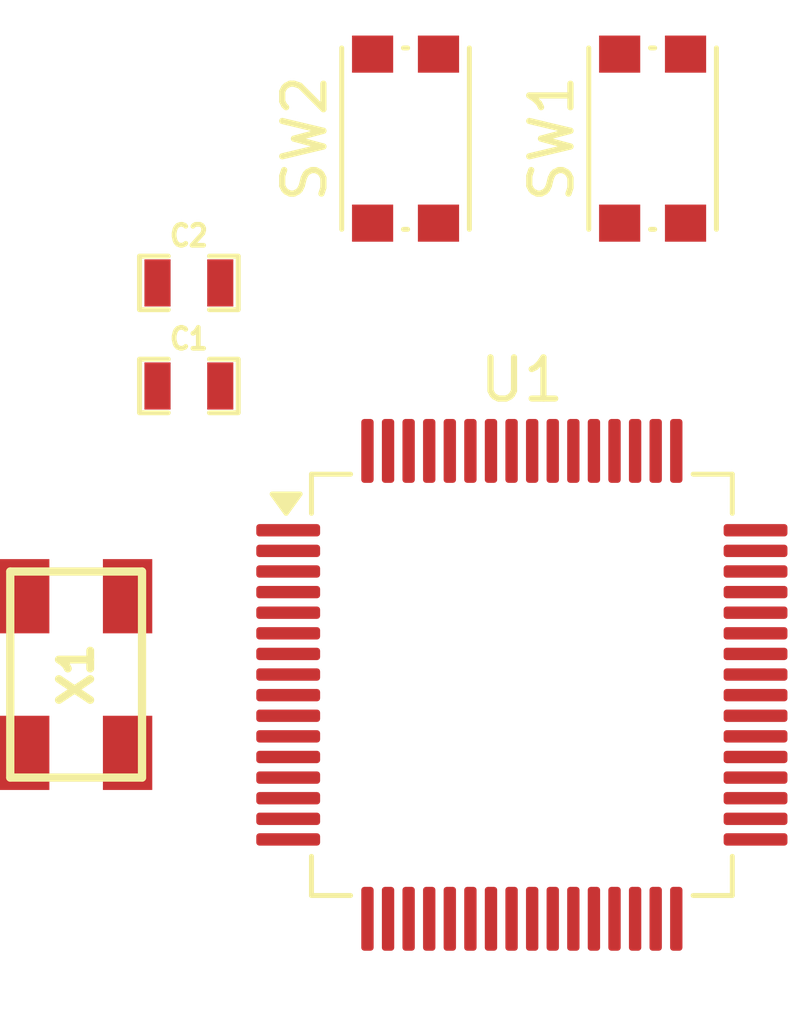
<source format=kicad_pcb>
(kicad_pcb (version 20241229) (generator "pcbnew") (generator_version "9.0")
  (layers (0 "F.Cu" signal) (2 "B.Cu" signal) (13 "F.Paste" user) (15 "B.Paste" user) (5 "F.SilkS" user "F.Silkscreen") (7 "B.SilkS" user "B.Silkscreen") (1 "F.Mask" user) (3 "B.Mask" user) (25 "Edge.Cuts" user))
  (net 0 "")
  (net 12 "Net-(U1-NRST)")
  (net 26 "Net-(U1-PH0)")
  (net 28 "Net-(U1-BOOT0)")
  (net 29 "Net-(U1-VSS-Pad18)")
  (net 63 "Net-(U1-PH1)")
  (net 64 "GND")
  (footprint "CRF1:SMD-0603_c" (layer "F.Cu") (at 81.738 71.5)
    (property "Reference" "C2" (at 0 -1.143 0) (layer "F.SilkS") (effects (font (size 0.508 0.4572) (thickness 0.1143))))
    (property "Value" "15p" (hide yes))
    (fp_line (start -1.19888 -0.65024) (end -0.50038 -0.65024) (stroke (width 0.11938)) (layer "F.SilkS"))
    (fp_line (start -1.19888 0.635) (end -1.19888 -0.635) (stroke (width 0.11938)) (layer "F.SilkS"))
    (fp_line (start -0.50038 0.65024) (end -1.19888 0.65024) (stroke (width 0.11938)) (layer "F.SilkS"))
    (fp_line (start 0.50038 -0.65024) (end 1.19888 -0.65024) (stroke (width 0.11938)) (layer "F.SilkS"))
    (fp_line (start 0.50038 0.65024) (end 1.19888 0.65024) (stroke (width 0.11938)) (layer "F.SilkS"))
    (fp_line (start 1.19888 -0.635) (end 1.19888 0.635) (stroke (width 0.11938)) (layer "F.SilkS"))
    (pad "1" smd rect (at -0.762 0) (size 0.635 1.143) (layers "F.Cu" "F.Mask" "F.Paste") (net 63 "Net-(U1-PH1)"))
    (pad "2" smd rect (at 0.762 0) (size 0.635 1.143) (layers "F.Cu" "F.Mask" "F.Paste") (net 64 "GND"))
  )
  (footprint "CRF1:SMD-0603_c" (layer "F.Cu") (at 81.738 74)
    (property "Reference" "C1" (at 0 -1.143 0) (layer "F.SilkS") (effects (font (size 0.508 0.4572) (thickness 0.1143))))
    (property "Value" "15p" (hide yes))
    (fp_line (start -1.19888 -0.65024) (end -0.50038 -0.65024) (stroke (width 0.11938)) (layer "F.SilkS"))
    (fp_line (start -1.19888 0.635) (end -1.19888 -0.635) (stroke (width 0.11938)) (layer "F.SilkS"))
    (fp_line (start -0.50038 0.65024) (end -1.19888 0.65024) (stroke (width 0.11938)) (layer "F.SilkS"))
    (fp_line (start 0.50038 -0.65024) (end 1.19888 -0.65024) (stroke (width 0.11938)) (layer "F.SilkS"))
    (fp_line (start 0.50038 0.65024) (end 1.19888 0.65024) (stroke (width 0.11938)) (layer "F.SilkS"))
    (fp_line (start 1.19888 -0.635) (end 1.19888 0.635) (stroke (width 0.11938)) (layer "F.SilkS"))
    (pad "1" smd rect (at -0.762 0) (size 0.635 1.143) (layers "F.Cu" "F.Mask" "F.Paste") (net 26 "Net-(U1-PH0)"))
    (pad "2" smd rect (at 0.762 0) (size 0.635 1.143) (layers "F.Cu" "F.Mask" "F.Paste") (net 64 "GND"))
  )
  (footprint "CRF1:Crystal_5x3mm" (layer "F.Cu") (at 79 81 -90)
    (property "Reference" "X1" (at 0 0 90) (layer "F.SilkS") (effects (font (size 0.762 0.762) (thickness 0.1905))))
    (property "Value" "8MHz" (hide yes))
    (fp_line (start -2.49936 1.6002) (end -2.49936 -1.6002) (stroke (width 0.20066)) (layer "F.SilkS"))
    (fp_line (start 2.49936 1.6002) (end -2.49936 1.6002) (stroke (width 0.20066)) (layer "F.SilkS"))
    (fp_line (start -2.49936 -1.6002) (end 2.49936 -1.6002) (stroke (width 0.20066)) (layer "F.SilkS"))
    (fp_line (start 2.49936 -1.6002) (end 2.49936 1.6002) (stroke (width 0.20066)) (layer "F.SilkS"))
    (pad "1" smd rect (at -1.89992 1.24968 270) (size 1.80086 1.19888) (layers "F.Cu" "F.Mask" "F.Paste") (net 26 "Net-(U1-PH0)"))
    (pad "2" smd rect (at 1.89992 -1.24968 270) (size 1.80086 1.19888) (layers "F.Cu" "F.Mask" "F.Paste") (net 63 "Net-(U1-PH1)"))
    (pad "3" smd rect (at 1.89992 1.24968 270) (size 1.80086 1.19888) (layers "F.Cu" "F.Mask" "F.Paste") (net 64 "GND"))
    (pad "4" smd rect (at -1.89992 -1.24968 270) (size 1.80086 1.19888) (layers "F.Cu" "F.Mask" "F.Paste"))
  )
  (footprint "Button_Switch_SMD:SW_Push_1P1T_NO_CK_KMR2" (layer "F.Cu") (at 87 68 90)
    (property "Reference" "SW2" (at 0 -2.45 90) (layer "F.SilkS"))
    (property "Value" "SW_Push")
    (fp_line (start 2.2 -1.55) (end -2.2 -1.55) (stroke (width 0.12)) (layer "F.SilkS"))
    (fp_line (start 2.2 0.05) (end 2.2 -0.05) (stroke (width 0.12)) (layer "F.SilkS"))
    (fp_line (start -2.2 0.05) (end -2.2 -0.05) (stroke (width 0.12)) (layer "F.SilkS"))
    (fp_line (start -2.2 1.55) (end 2.2 1.55) (stroke (width 0.12)) (layer "F.SilkS"))
    (pad "1" smd rect (at -2.05 -0.8 90) (size 0.9 1) (layers "F.Cu" "F.Mask" "F.Paste") (net 64 "GND"))
    (pad "1" smd rect (at 2.05 -0.8 90) (size 0.9 1) (layers "F.Cu" "F.Mask" "F.Paste") (net 64 "GND"))
    (pad "2" smd rect (at -2.05 0.8 90) (size 0.9 1) (layers "F.Cu" "F.Mask" "F.Paste") (net 28 "Net-(U1-BOOT0)"))
    (pad "2" smd rect (at 2.05 0.8 90) (size 0.9 1) (layers "F.Cu" "F.Mask" "F.Paste") (net 28 "Net-(U1-BOOT0)"))
  )
  (footprint "Package_QFP:LQFP-64_10x10mm_P0.5mm" (layer "F.Cu") (at 89.825 81.25)
    (property "Reference" "U1" (at 0 -7.4 0) (layer "F.SilkS"))
    (property "Value" "STM32F405RGTx")
    (fp_line (start -5.11 -5.11) (end -5.11 -4.16) (stroke (width 0.12)) (layer "F.SilkS"))
    (fp_line (start -5.11 5.11) (end -5.11 4.16) (stroke (width 0.12)) (layer "F.SilkS"))
    (fp_line (start -4.16 -5.11) (end -5.11 -5.11) (stroke (width 0.12)) (layer "F.SilkS"))
    (fp_line (start -4.16 5.11) (end -5.11 5.11) (stroke (width 0.12)) (layer "F.SilkS"))
    (fp_line (start 4.16 -5.11) (end 5.11 -5.11) (stroke (width 0.12)) (layer "F.SilkS"))
    (fp_line (start 4.16 5.11) (end 5.11 5.11) (stroke (width 0.12)) (layer "F.SilkS"))
    (fp_line (start 5.11 -5.11) (end 5.11 -4.16) (stroke (width 0.12)) (layer "F.SilkS"))
    (fp_line (start 5.11 5.11) (end 5.11 4.16) (stroke (width 0.12)) (layer "F.SilkS"))
    (fp_poly (pts (xy -5.725 -4.16) (xy -6.065 -4.63) (xy -5.385 -4.63)) (stroke (width 0.12)) (fill yes) (layer "F.SilkS"))
    (pad "1" smd roundrect (at -5.675 -3.75) (size 1.55 0.3) (layers "F.Cu" "F.Mask" "F.Paste"))
    (pad "2" smd roundrect (at -5.675 -3.25) (size 1.55 0.3) (layers "F.Cu" "F.Mask" "F.Paste"))
    (pad "3" smd roundrect (at -5.675 -2.75) (size 1.55 0.3) (layers "F.Cu" "F.Mask" "F.Paste"))
    (pad "4" smd roundrect (at -5.675 -2.25) (size 1.55 0.3) (layers "F.Cu" "F.Mask" "F.Paste"))
    (pad "5" smd roundrect (at -5.675 -1.75) (size 1.55 0.3) (layers "F.Cu" "F.Mask" "F.Paste") (net 26 "Net-(U1-PH0)"))
    (pad "6" smd roundrect (at -5.675 -1.25) (size 1.55 0.3) (layers "F.Cu" "F.Mask" "F.Paste") (net 63 "Net-(U1-PH1)"))
    (pad "7" smd roundrect (at -5.675 -0.75) (size 1.55 0.3) (layers "F.Cu" "F.Mask" "F.Paste") (net 12 "Net-(U1-NRST)"))
    (pad "8" smd roundrect (at -5.675 -0.25) (size 1.55 0.3) (layers "F.Cu" "F.Mask" "F.Paste"))
    (pad "9" smd roundrect (at -5.675 0.25) (size 1.55 0.3) (layers "F.Cu" "F.Mask" "F.Paste"))
    (pad "10" smd roundrect (at -5.675 0.75) (size 1.55 0.3) (layers "F.Cu" "F.Mask" "F.Paste"))
    (pad "11" smd roundrect (at -5.675 1.25) (size 1.55 0.3) (layers "F.Cu" "F.Mask" "F.Paste"))
    (pad "12" smd roundrect (at -5.675 1.75) (size 1.55 0.3) (layers "F.Cu" "F.Mask" "F.Paste"))
    (pad "13" smd roundrect (at -5.675 2.25) (size 1.55 0.3) (layers "F.Cu" "F.Mask" "F.Paste"))
    (pad "14" smd roundrect (at -5.675 2.75) (size 1.55 0.3) (layers "F.Cu" "F.Mask" "F.Paste"))
    (pad "15" smd roundrect (at -5.675 3.25) (size 1.55 0.3) (layers "F.Cu" "F.Mask" "F.Paste"))
    (pad "16" smd roundrect (at -5.675 3.75) (size 1.55 0.3) (layers "F.Cu" "F.Mask" "F.Paste"))
    (pad "17" smd roundrect (at -3.75 5.675) (size 0.3 1.55) (layers "F.Cu" "F.Mask" "F.Paste"))
    (pad "18" smd roundrect (at -3.25 5.675) (size 0.3 1.55) (layers "F.Cu" "F.Mask" "F.Paste") (net 29 "Net-(U1-VSS-Pad18)"))
    (pad "19" smd roundrect (at -2.75 5.675) (size 0.3 1.55) (layers "F.Cu" "F.Mask" "F.Paste"))
    (pad "20" smd roundrect (at -2.25 5.675) (size 0.3 1.55) (layers "F.Cu" "F.Mask" "F.Paste"))
    (pad "21" smd roundrect (at -1.75 5.675) (size 0.3 1.55) (layers "F.Cu" "F.Mask" "F.Paste"))
    (pad "22" smd roundrect (at -1.25 5.675) (size 0.3 1.55) (layers "F.Cu" "F.Mask" "F.Paste"))
    (pad "23" smd roundrect (at -0.75 5.675) (size 0.3 1.55) (layers "F.Cu" "F.Mask" "F.Paste"))
    (pad "24" smd roundrect (at -0.25 5.675) (size 0.3 1.55) (layers "F.Cu" "F.Mask" "F.Paste"))
    (pad "25" smd roundrect (at 0.25 5.675) (size 0.3 1.55) (layers "F.Cu" "F.Mask" "F.Paste"))
    (pad "26" smd roundrect (at 0.75 5.675) (size 0.3 1.55) (layers "F.Cu" "F.Mask" "F.Paste"))
    (pad "27" smd roundrect (at 1.25 5.675) (size 0.3 1.55) (layers "F.Cu" "F.Mask" "F.Paste"))
    (pad "28" smd roundrect (at 1.75 5.675) (size 0.3 1.55) (layers "F.Cu" "F.Mask" "F.Paste"))
    (pad "29" smd roundrect (at 2.25 5.675) (size 0.3 1.55) (layers "F.Cu" "F.Mask" "F.Paste"))
    (pad "30" smd roundrect (at 2.75 5.675) (size 0.3 1.55) (layers "F.Cu" "F.Mask" "F.Paste"))
    (pad "31" smd roundrect (at 3.25 5.675) (size 0.3 1.55) (layers "F.Cu" "F.Mask" "F.Paste"))
    (pad "32" smd roundrect (at 3.75 5.675) (size 0.3 1.55) (layers "F.Cu" "F.Mask" "F.Paste"))
    (pad "33" smd roundrect (at 5.675 3.75) (size 1.55 0.3) (layers "F.Cu" "F.Mask" "F.Paste"))
    (pad "34" smd roundrect (at 5.675 3.25) (size 1.55 0.3) (layers "F.Cu" "F.Mask" "F.Paste"))
    (pad "35" smd roundrect (at 5.675 2.75) (size 1.55 0.3) (layers "F.Cu" "F.Mask" "F.Paste"))
    (pad "36" smd roundrect (at 5.675 2.25) (size 1.55 0.3) (layers "F.Cu" "F.Mask" "F.Paste"))
    (pad "37" smd roundrect (at 5.675 1.75) (size 1.55 0.3) (layers "F.Cu" "F.Mask" "F.Paste"))
    (pad "38" smd roundrect (at 5.675 1.25) (size 1.55 0.3) (layers "F.Cu" "F.Mask" "F.Paste"))
    (pad "39" smd roundrect (at 5.675 0.75) (size 1.55 0.3) (layers "F.Cu" "F.Mask" "F.Paste"))
    (pad "40" smd roundrect (at 5.675 0.25) (size 1.55 0.3) (layers "F.Cu" "F.Mask" "F.Paste"))
    (pad "41" smd roundrect (at 5.675 -0.25) (size 1.55 0.3) (layers "F.Cu" "F.Mask" "F.Paste"))
    (pad "42" smd roundrect (at 5.675 -0.75) (size 1.55 0.3) (layers "F.Cu" "F.Mask" "F.Paste"))
    (pad "43" smd roundrect (at 5.675 -1.25) (size 1.55 0.3) (layers "F.Cu" "F.Mask" "F.Paste"))
    (pad "44" smd roundrect (at 5.675 -1.75) (size 1.55 0.3) (layers "F.Cu" "F.Mask" "F.Paste"))
    (pad "45" smd roundrect (at 5.675 -2.25) (size 1.55 0.3) (layers "F.Cu" "F.Mask" "F.Paste"))
    (pad "46" smd roundrect (at 5.675 -2.75) (size 1.55 0.3) (layers "F.Cu" "F.Mask" "F.Paste"))
    (pad "47" smd roundrect (at 5.675 -3.25) (size 1.55 0.3) (layers "F.Cu" "F.Mask" "F.Paste"))
    (pad "48" smd roundrect (at 5.675 -3.75) (size 1.55 0.3) (layers "F.Cu" "F.Mask" "F.Paste"))
    (pad "49" smd roundrect (at 3.75 -5.675) (size 0.3 1.55) (layers "F.Cu" "F.Mask" "F.Paste"))
    (pad "50" smd roundrect (at 3.25 -5.675) (size 0.3 1.55) (layers "F.Cu" "F.Mask" "F.Paste"))
    (pad "51" smd roundrect (at 2.75 -5.675) (size 0.3 1.55) (layers "F.Cu" "F.Mask" "F.Paste"))
    (pad "52" smd roundrect (at 2.25 -5.675) (size 0.3 1.55) (layers "F.Cu" "F.Mask" "F.Paste"))
    (pad "53" smd roundrect (at 1.75 -5.675) (size 0.3 1.55) (layers "F.Cu" "F.Mask" "F.Paste"))
    (pad "54" smd roundrect (at 1.25 -5.675) (size 0.3 1.55) (layers "F.Cu" "F.Mask" "F.Paste"))
    (pad "55" smd roundrect (at 0.75 -5.675) (size 0.3 1.55) (layers "F.Cu" "F.Mask" "F.Paste"))
    (pad "56" smd roundrect (at 0.25 -5.675) (size 0.3 1.55) (layers "F.Cu" "F.Mask" "F.Paste"))
    (pad "57" smd roundrect (at -0.25 -5.675) (size 0.3 1.55) (layers "F.Cu" "F.Mask" "F.Paste"))
    (pad "58" smd roundrect (at -0.75 -5.675) (size 0.3 1.55) (layers "F.Cu" "F.Mask" "F.Paste"))
    (pad "59" smd roundrect (at -1.25 -5.675) (size 0.3 1.55) (layers "F.Cu" "F.Mask" "F.Paste"))
    (pad "60" smd roundrect (at -1.75 -5.675) (size 0.3 1.55) (layers "F.Cu" "F.Mask" "F.Paste") (net 28 "Net-(U1-BOOT0)"))
    (pad "61" smd roundrect (at -2.25 -5.675) (size 0.3 1.55) (layers "F.Cu" "F.Mask" "F.Paste"))
    (pad "62" smd roundrect (at -2.75 -5.675) (size 0.3 1.55) (layers "F.Cu" "F.Mask" "F.Paste"))
    (pad "63" smd roundrect (at -3.25 -5.675) (size 0.3 1.55) (layers "F.Cu" "F.Mask" "F.Paste") (net 29 "Net-(U1-VSS-Pad18)"))
    (pad "64" smd roundrect (at -3.75 -5.675) (size 0.3 1.55) (layers "F.Cu" "F.Mask" "F.Paste"))
  )
  (footprint "Button_Switch_SMD:SW_Push_1P1T_NO_CK_KMR2" (layer "F.Cu") (at 93 68 90)
    (property "Reference" "SW1" (at 0 -2.45 90) (layer "F.SilkS"))
    (property "Value" "SW_Push")
    (fp_line (start 2.2 -1.55) (end -2.2 -1.55) (stroke (width 0.12)) (layer "F.SilkS"))
    (fp_line (start 2.2 0.05) (end 2.2 -0.05) (stroke (width 0.12)) (layer "F.SilkS"))
    (fp_line (start -2.2 0.05) (end -2.2 -0.05) (stroke (width 0.12)) (layer "F.SilkS"))
    (fp_line (start -2.2 1.55) (end 2.2 1.55) (stroke (width 0.12)) (layer "F.SilkS"))
    (pad "1" smd rect (at -2.05 -0.8 90) (size 0.9 1) (layers "F.Cu" "F.Mask" "F.Paste") (net 64 "GND"))
    (pad "1" smd rect (at 2.05 -0.8 90) (size 0.9 1) (layers "F.Cu" "F.Mask" "F.Paste") (net 64 "GND"))
    (pad "2" smd rect (at -2.05 0.8 90) (size 0.9 1) (layers "F.Cu" "F.Mask" "F.Paste") (net 12 "Net-(U1-NRST)"))
    (pad "2" smd rect (at 2.05 0.8 90) (size 0.9 1) (layers "F.Cu" "F.Mask" "F.Paste") (net 12 "Net-(U1-NRST)"))
  )
)
</source>
